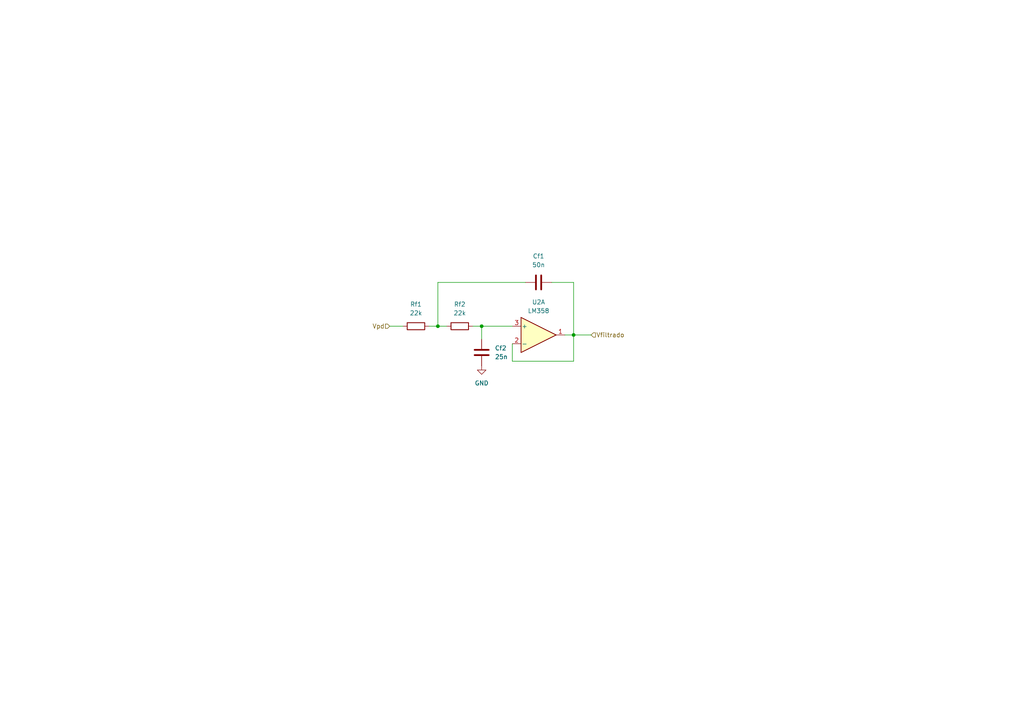
<source format=kicad_sch>
(kicad_sch (version 20250114) (generator "eeschema") (generator_version "9.0")
  (paper "A4")
  (lib_symbols
    (symbol "Amplifier_Operational:LM358" (pin_names (offset 0.127))
      (property "Reference" "U" (at 0 5.08 0))
      (property "Value" "LM358" (at 0 -5.08 0))
      (symbol "LM358_1_1"
        (polyline (pts (xy -5.08 5.08) (xy 5.08 0) (xy -5.08 -5.08) (xy -5.08 5.08)) (stroke (width 0.254)) (fill (type background)))
        (pin input line (at -7.62 2.54 0) (length 2.54) (name "+") (number "3"))
        (pin input line (at -7.62 -2.54 0) (length 2.54) (name "-") (number "2"))
        (pin output line (at 7.62 0 180) (length 2.54) (name "~") (number "1"))
      )
      (symbol "LM358_2_1"
        (polyline (pts (xy -5.08 5.08) (xy 5.08 0) (xy -5.08 -5.08) (xy -5.08 5.08)) (stroke (width 0.254)) (fill (type background)))
        (pin input line (at -7.62 2.54 0) (length 2.54) (name "+") (number "5"))
        (pin input line (at -7.62 -2.54 0) (length 2.54) (name "-") (number "6"))
        (pin output line (at 7.62 0 180) (length 2.54) (name "~") (number "7"))
      )
      (symbol "LM358_3_1"
        (pin power_in line (at -2.54 7.62 270) (length 3.81) (name "V+") (number "8"))
        (pin power_in line (at -2.54 -7.62 90) (length 3.81) (name "V-") (number "4"))
      )
    )
    (symbol "Device:C" (pin_numbers (hide yes)) (pin_names (offset 0.254))
      (property "Reference" "C" (at 0.635 2.54 0))
      (property "Value" "C" (at 0.635 -2.54 0))
      (symbol "C_0_1"
        (polyline (pts (xy -2.032 0.762) (xy 2.032 0.762)) (stroke (width 0.508)))
        (polyline (pts (xy -2.032 -0.762) (xy 2.032 -0.762)) (stroke (width 0.508)))
      )
      (symbol "C_1_1"
        (pin passive line (at 0 3.81 270) (length 2.794) (name "~") (number "1"))
        (pin passive line (at 0 -3.81 90) (length 2.794) (name "~") (number "2"))
      )
    )
    (symbol "Device:R" (pin_numbers (hide yes)) (pin_names (offset 0))
      (property "Reference" "R" (at 2.032 0 90))
      (property "Value" "R" (at 0 0 90))
      (symbol "R_0_1"
        (rectangle (start -1.016 -2.54) (end 1.016 2.54) (stroke (width 0.254)))
      )
      (symbol "R_1_1"
        (pin passive line (at 0 3.81 270) (length 1.27) (name "~") (number "1"))
        (pin passive line (at 0 -3.81 90) (length 1.27) (name "~") (number "2"))
      )
    )
    (symbol "power:GND" (power) (pin_numbers (hide yes)) (pin_names (offset 0) (hide yes))
      (property "Value" "GND" (at 0 -3.81 0))
      (symbol "GND_0_1"
        (polyline (pts (xy 0 0) (xy 0 -1.27) (xy 1.27 -1.27) (xy 0 -2.54) (xy -1.27 -1.27) (xy 0 -1.27)))
      )
      (symbol "GND_1_1"
        (pin power_in line (at 0 0 270) (length 0) (name "~") (number "1"))
      )
    )
  )
  (junction (at 139.7 94.615))
  (junction (at 166.37 97.155))
  (junction (at 127 94.615))
  (wire (pts (xy 166.37 104.775) (xy 166.37 97.155)))
  (wire (pts (xy 148.59 99.695) (xy 148.59 104.775)))
  (wire (pts (xy 139.7 94.615) (xy 148.59 94.615)))
  (wire (pts (xy 166.37 81.915) (xy 166.37 97.155)))
  (wire (pts (xy 166.37 97.155) (xy 163.83 97.155)))
  (wire (pts (xy 171.45 97.155) (xy 166.37 97.155)))
  (wire (pts (xy 127 94.615) (xy 127 81.915)))
  (wire (pts (xy 113.03 94.615) (xy 116.84 94.615)))
  (wire (pts (xy 127 81.915) (xy 152.4 81.915)))
  (wire (pts (xy 137.16 94.615) (xy 139.7 94.615)))
  (wire (pts (xy 124.46 94.615) (xy 127 94.615)))
  (wire (pts (xy 148.59 104.775) (xy 166.37 104.775)))
  (wire (pts (xy 160.02 81.915) (xy 166.37 81.915)))
  (wire (pts (xy 139.7 94.615) (xy 139.7 98.425)))
  (wire (pts (xy 127 94.615) (xy 129.54 94.615)))
  (hierarchical_label "Vpd" (shape input) (at 113.03 94.615 180))
  (hierarchical_label "Vfiltrado" (shape input) (at 171.45 97.155 0))
  (symbol (lib_id "power:GND") (at 139.7 106.045 0) (unit 1)
    (property "Reference" "#PWR09" (effects (hide yes)))
    (property "Value" "GND" (at 139.7 111.125 0))
    (property "Description" "Power symbol creates a global label with name \"GND\" , ground" (effects (hide yes)))
  )
  (symbol (lib_id "Device:R") (at 120.65 94.615 90) (unit 1)
    (property "Reference" "Rf1" (at 120.65 88.265 90))
    (property "Value" "22k" (at 120.65 90.805 90))
    (property "Footprint" "Resistor_THT:R_Axial_DIN0207_L6.3mm_D2.5mm_P7.62mm_Horizontal" (effects (hide yes)))
    (property "Description" "Resistor" (effects (hide yes)))
  )
  (symbol (lib_id "Device:R") (at 133.35 94.615 90) (unit 1)
    (property "Reference" "Rf2" (at 133.35 88.265 90))
    (property "Value" "22k" (at 133.35 90.805 90))
    (property "Footprint" "Resistor_THT:R_Axial_DIN0207_L6.3mm_D2.5mm_P7.62mm_Horizontal" (effects (hide yes)))
    (property "Description" "Resistor" (effects (hide yes)))
  )
  (symbol (lib_id "Device:C") (at 139.7 102.235 0) (unit 1)
    (property "Reference" "Cf2" (at 143.51 100.9649 0) (effects (justify left)))
    (property "Value" "25n" (at 143.51 103.5049 0) (effects (justify left)))
    (property "Footprint" "Capacitor_THT:C_Disc_D5.0mm_W2.5mm_P5.00mm" (effects (hide yes)))
    (property "Description" "Unpolarized capacitor" (effects (hide yes)))
  )
  (symbol (lib_id "Device:C") (at 156.21 81.915 270) (unit 1)
    (property "Reference" "Cf1" (at 156.21 74.295 90))
    (property "Value" "50n" (at 156.21 76.835 90))
    (property "Footprint" "Capacitor_THT:C_Disc_D5.0mm_W2.5mm_P5.00mm" (effects (hide yes)))
    (property "Description" "Unpolarized capacitor" (effects (hide yes)))
  )
  (symbol (lib_id "Amplifier_Operational:LM358") (at 156.21 97.155 0) (unit 1)
    (property "Reference" "U2" (at 156.21 87.63 0))
    (property "Value" "LM358" (at 156.21 90.17 0))
    (property "Footprint" "custom:LM358" (effects (hide yes)))
    (property "Datasheet" "http://www.ti.com/lit/ds/symlink/lm2904-n.pdf" (effects (hide yes)))
    (property "Description" "Low-Power, Dual Operational Amplifiers, DIP-8/SOIC-8/TO-99-8" (effects (hide yes)))
  )
)
</source>
